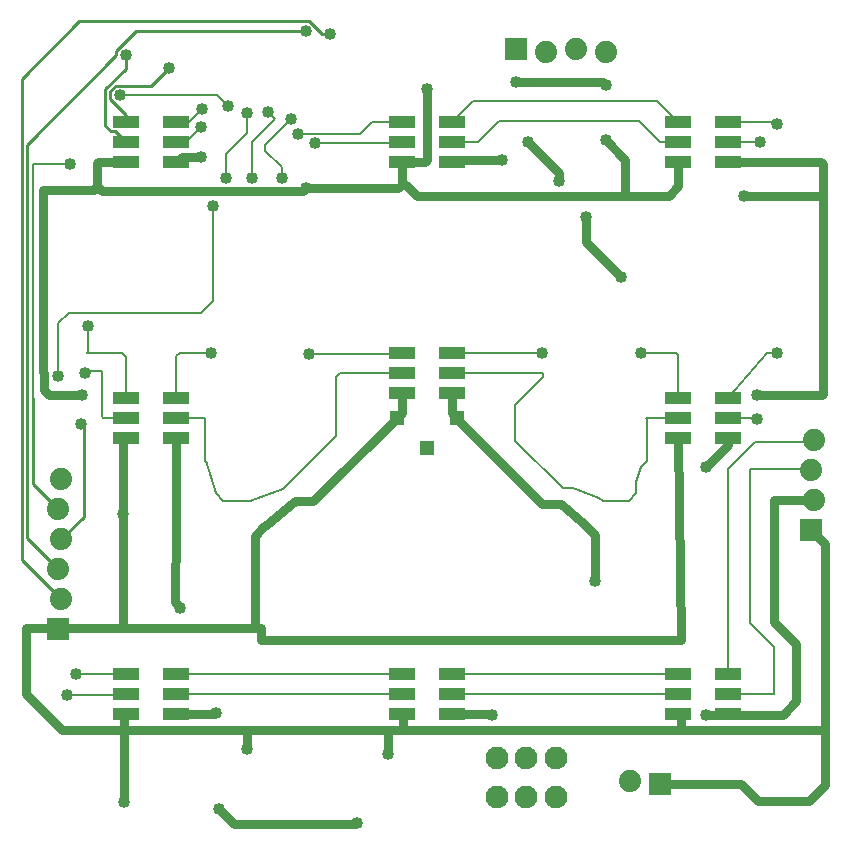
<source format=gtl>
G04 EAGLE Gerber RS-274X export*
G75*
%MOIN*%
%FSLAX36Y36*%
%LPD*%
%INTop Copper Layer*%
%IPPOS*%
%AMOC8*
5,1,8,0,0,1.08239X$1,22.5*%
G01*
%ADD10R,0.074000X0.074000*%
%ADD11C,0.074000*%
%ADD12R,0.090551X0.043307*%
%ADD13R,0.047622X0.047622*%
%ADD14C,0.076000*%
%ADD15C,0.006000*%
%ADD16C,0.040000*%
%ADD17C,0.030000*%
%ADD18C,0.010000*%


D10*
X1675000Y2610000D03*
D11*
X1775000Y2600000D03*
X1875000Y2610000D03*
X1975000Y2600000D03*
D12*
X544646Y2233071D03*
X544646Y2300000D03*
X544646Y2366929D03*
X375354Y2366929D03*
X375354Y2300000D03*
X375354Y2233071D03*
X1464646Y2233071D03*
X1464646Y2300000D03*
X1464646Y2366929D03*
X1295354Y2366929D03*
X1295354Y2300000D03*
X1295354Y2233071D03*
X2384646Y2233071D03*
X2384646Y2300000D03*
X2384646Y2366929D03*
X2215354Y2366929D03*
X2215354Y2300000D03*
X2215354Y2233071D03*
X544646Y1313071D03*
X544646Y1380000D03*
X544646Y1446929D03*
X375354Y1446929D03*
X375354Y1380000D03*
X375354Y1313071D03*
X1464646Y1463071D03*
X1464646Y1530000D03*
X1464646Y1596929D03*
X1295354Y1596929D03*
X1295354Y1530000D03*
X1295354Y1463071D03*
X2384646Y1313071D03*
X2384646Y1380000D03*
X2384646Y1446929D03*
X2215354Y1446929D03*
X2215354Y1380000D03*
X2215354Y1313071D03*
X544646Y393071D03*
X544646Y460000D03*
X544646Y526929D03*
X375354Y526929D03*
X375354Y460000D03*
X375354Y393071D03*
X1464646Y393071D03*
X1464646Y460000D03*
X1464646Y526929D03*
X1295354Y526929D03*
X1295354Y460000D03*
X1295354Y393071D03*
X2384646Y393071D03*
X2384646Y460000D03*
X2384646Y526929D03*
X2215354Y526929D03*
X2215354Y460000D03*
X2215354Y393071D03*
D13*
X1480000Y1380000D03*
X1380000Y1280000D03*
X1280000Y1380000D03*
D10*
X2660000Y1005000D03*
D11*
X2670000Y1105000D03*
X2660000Y1205000D03*
X2670000Y1305000D03*
D14*
X1611575Y244961D03*
X1710000Y244961D03*
X1808425Y244961D03*
X1611575Y115039D03*
X1710000Y115039D03*
X1808425Y115039D03*
D10*
X150000Y675000D03*
D11*
X160000Y775000D03*
X150000Y875000D03*
X160000Y975000D03*
X150000Y1075000D03*
X160000Y1175000D03*
D10*
X2155000Y160000D03*
D11*
X2055000Y170000D03*
D15*
X586929Y2366929D02*
X544646Y2366929D01*
X586929Y2366929D02*
X630000Y2410000D01*
D16*
X630000Y2410000D03*
X950000Y2325000D03*
D15*
X1155000Y2325000D01*
X1196929Y2366929D02*
X1295354Y2366929D01*
X1196929Y2366929D02*
X1155000Y2325000D01*
X575000Y2300000D02*
X544646Y2300000D01*
X575000Y2300000D02*
X625000Y2350000D01*
D16*
X625000Y2350000D03*
X1005000Y2295000D03*
D15*
X1290354Y2295000D01*
X1295354Y2300000D01*
X1464646Y2366929D02*
X1532717Y2435000D01*
X2147283Y2435000D02*
X2215354Y2366929D01*
X2147283Y2435000D02*
X1532717Y2435000D01*
X1550000Y2300000D02*
X1464646Y2300000D01*
X1550000Y2300000D02*
X1620000Y2370000D01*
X2085000Y2370000D01*
X2155000Y2300000D02*
X2215354Y2300000D01*
X2155000Y2300000D02*
X2085000Y2370000D01*
D16*
X250000Y1685000D03*
D15*
X250000Y1600000D01*
X245000Y1595000D01*
X363425Y1595000D01*
D16*
X2545000Y2360000D03*
D15*
X375354Y1583071D02*
X363425Y1595000D01*
X375354Y1583071D02*
X375354Y1446929D01*
X2384646Y2366929D02*
X2538071Y2366929D01*
X2545000Y2360000D01*
D16*
X240000Y1530000D03*
X2490000Y2300000D03*
D15*
X375354Y1380000D02*
X300000Y1380000D01*
X295000Y1385000D01*
X295000Y1535000D01*
X245000Y1535000D01*
X240000Y1530000D01*
X2384646Y2300000D02*
X2490000Y2300000D01*
D16*
X1380000Y2475000D03*
D17*
X1345000Y2120000D02*
X2040000Y2120000D01*
X370000Y345000D02*
X370000Y340000D01*
X370000Y345000D02*
X370000Y387717D01*
X103890Y1529896D02*
X100000Y1533785D01*
X100000Y2140000D01*
X103890Y1529896D02*
X103890Y1471110D01*
X2705000Y960000D02*
X2705000Y340000D01*
X2705000Y960000D02*
X2660000Y1005000D01*
X2215354Y1313071D02*
X2225903Y640000D01*
X1001444Y1101444D02*
X940264Y1101444D01*
X840415Y1017661D01*
X837670Y1017661D01*
X805000Y984992D01*
X805000Y680000D01*
X825000Y680000D02*
X825000Y640000D01*
X2225903Y640000D01*
X825000Y680000D02*
X805000Y680000D01*
X365000Y680000D01*
X155000Y680000D01*
X43000Y680000D01*
D16*
X1675000Y2500000D03*
D17*
X1965000Y2500000D02*
X1975000Y2490000D01*
X1965000Y2500000D02*
X1675000Y2500000D01*
D16*
X1975000Y2490000D03*
X1975000Y2305000D03*
D17*
X2040000Y2240000D01*
X2040000Y2120000D01*
X2216762Y2151762D02*
X2215354Y2233071D01*
X2216762Y2151762D02*
X2185000Y2120000D01*
X2040000Y2120000D01*
D16*
X365000Y1060000D03*
D17*
X365000Y680000D01*
X269307Y2140000D02*
X100000Y2140000D01*
X269307Y2140000D02*
X274000Y2144693D01*
X295000Y2134693D02*
X965000Y2134693D01*
X975000Y2144693D01*
X1284693Y2144693D01*
D16*
X975000Y2144693D03*
D17*
X43000Y680000D02*
X43000Y460000D01*
X1250000Y340000D02*
X1300000Y340000D01*
X2225000Y340000D01*
X1250000Y340000D02*
X780000Y340000D01*
X375000Y340000D01*
X370000Y340000D01*
X375000Y340000D02*
X370000Y345000D01*
X370000Y340000D02*
X163000Y340000D01*
X43000Y460000D01*
X2225000Y340000D02*
X2705000Y340000D01*
X1250000Y340000D02*
X1250000Y260000D01*
D16*
X1250000Y260000D03*
X370000Y100000D03*
D17*
X370000Y340000D01*
X2705000Y340000D02*
X2705000Y155000D01*
X2652500Y102500D01*
X2482500Y102500D01*
X285000Y2144693D02*
X274000Y2144693D01*
X1295354Y393071D02*
X1300000Y388425D01*
X1300000Y340000D01*
X375354Y393071D02*
X370000Y387717D01*
X2215354Y393071D02*
X2225000Y383425D01*
X2225000Y340000D01*
X365000Y1060000D02*
X365000Y1302717D01*
X375354Y1313071D01*
X230000Y1455000D02*
X120000Y1455000D01*
D16*
X230000Y1455000D03*
D17*
X120000Y1455000D02*
X103890Y1471110D01*
X1380000Y2240000D02*
X1380000Y2475000D01*
X1380000Y2240000D02*
X1373071Y2233071D01*
X1295354Y2233071D01*
X1295354Y2155354D01*
X1284693Y2144693D01*
X1295354Y2155354D02*
X1309646Y2155354D01*
X1345000Y2120000D01*
X295000Y2134693D02*
X285000Y2144693D01*
X280000Y2149693D01*
X280000Y2230000D01*
X283071Y2233071D01*
X375354Y2233071D01*
X1295354Y1463071D02*
X1295354Y1395354D01*
X1280000Y1380000D01*
X1001444Y1101444D01*
X2425000Y160000D02*
X2482500Y102500D01*
X2425000Y160000D02*
X2155000Y160000D01*
D16*
X780000Y276000D03*
D17*
X780000Y340000D01*
X155000Y680000D02*
X150000Y675000D01*
D16*
X2310000Y1215000D03*
D17*
X2700000Y2120000D02*
X2700000Y2225000D01*
X2700000Y2120000D02*
X2700000Y1460000D01*
X2535000Y700000D02*
X2610000Y625000D01*
X2535000Y700000D02*
X2535000Y1105000D01*
X2670000Y1105000D01*
X1464646Y1395354D02*
X1464646Y1463071D01*
D16*
X1940000Y835000D03*
D17*
X1825434Y1091444D02*
X1763556Y1091444D01*
X1825434Y1091444D02*
X1899354Y1029418D01*
X1940000Y988771D01*
X1940000Y835000D01*
X544646Y1029212D02*
X544646Y1313071D01*
X544646Y1029212D02*
X539992Y765008D01*
X555000Y750000D01*
X555000Y745000D01*
D16*
X555000Y745000D03*
X1630000Y2240000D03*
D17*
X1454750Y2240000D01*
X1464646Y2233071D01*
X2610000Y435000D02*
X2565000Y390000D01*
X2610000Y435000D02*
X2610000Y625000D01*
D16*
X2025000Y1850000D03*
D17*
X1910000Y1965000D01*
X1910000Y2050000D01*
D16*
X1910000Y2050000D03*
X1820000Y2170000D03*
D17*
X1820000Y2195000D01*
X1715000Y2300000D01*
D16*
X1715000Y2300000D03*
D17*
X1591929Y393071D02*
X1464646Y393071D01*
X1591929Y393071D02*
X1595000Y390000D01*
D16*
X1595000Y390000D03*
D17*
X673071Y393071D02*
X544646Y393071D01*
X673071Y393071D02*
X675000Y395000D01*
D16*
X675000Y395000D03*
D17*
X2695000Y1455000D02*
X2700000Y1460000D01*
X2695000Y1455000D02*
X2480000Y1455000D01*
D16*
X2480000Y1455000D03*
D17*
X2384646Y1289646D02*
X2310000Y1215000D01*
X2384646Y1289646D02*
X2384646Y1313071D01*
D16*
X2435000Y2120000D03*
D17*
X2700000Y2120000D01*
X2691929Y2233071D02*
X2384646Y2233071D01*
X2691929Y2233071D02*
X2700000Y2225000D01*
X561575Y2250000D02*
X544646Y2233071D01*
X561575Y2250000D02*
X625000Y2250000D01*
D16*
X625000Y2250000D03*
D17*
X2384646Y393071D02*
X2387717Y390000D01*
X2565000Y390000D01*
D16*
X2310000Y390000D03*
D17*
X2387717Y390000D01*
X1480000Y1380000D02*
X1464646Y1395354D01*
X1480000Y1375000D02*
X1763556Y1091444D01*
X1480000Y1375000D02*
X1480000Y1380000D01*
D16*
X685000Y75000D03*
D17*
X735000Y25000D01*
X1140000Y25000D02*
X1145000Y30000D01*
D16*
X1145000Y30000D03*
D17*
X1140000Y25000D02*
X735000Y25000D01*
D16*
X661141Y1597028D03*
X987921Y1591261D03*
D15*
X1289686Y1591261D01*
X1295354Y1596929D01*
X661141Y1597028D02*
X557028Y1597028D01*
X544646Y1584646D02*
X544646Y1446929D01*
X544646Y1584646D02*
X557028Y1597028D01*
X641831Y1235168D02*
X676315Y1127787D01*
X701504Y1102598D01*
X788422Y1102598D02*
X900382Y1143350D01*
X788422Y1102598D02*
X701504Y1102598D01*
X1077055Y1517055D02*
X1090000Y1530000D01*
X1077055Y1320023D02*
X900382Y1143350D01*
X1077055Y1320023D02*
X1077055Y1517055D01*
X1090000Y1530000D02*
X1295354Y1530000D01*
X640000Y1380000D02*
X640000Y1236998D01*
X640000Y1380000D02*
X544646Y1380000D01*
X640000Y1236998D02*
X641831Y1235168D01*
D16*
X2093397Y1594993D03*
X1764259Y1594650D03*
D15*
X1466925Y1594650D01*
X1464646Y1596929D01*
X2093397Y1594993D02*
X2210007Y1594993D01*
X2215354Y1589646D02*
X2215354Y1446929D01*
X2215354Y1589646D02*
X2210007Y1594993D01*
X2094017Y1217236D02*
X2077465Y1165692D01*
X2077465Y1127787D01*
X2052276Y1102598D01*
X1965358Y1102598D02*
X1954772Y1113184D01*
X1867546Y1144933D01*
X1831814Y1144933D01*
X2094017Y1217236D02*
X2111607Y1234826D01*
X2052276Y1102598D02*
X1965358Y1102598D01*
X1672945Y1422273D02*
X1765000Y1514328D01*
X1765000Y1530000D01*
X1672945Y1303803D02*
X1831814Y1144933D01*
X1672945Y1303803D02*
X1672945Y1422273D01*
X1765000Y1530000D02*
X1464646Y1530000D01*
X2111607Y1378393D02*
X2111607Y1234826D01*
X2111607Y1378393D02*
X2110000Y1380000D01*
X2215354Y1380000D01*
X2384646Y1446929D02*
X2513071Y1596929D01*
X2515000Y1595000D01*
D16*
X210000Y525000D03*
D15*
X2515000Y1595000D02*
X2545000Y1595000D01*
D16*
X2545000Y1595000D03*
D15*
X211929Y526929D02*
X210000Y525000D01*
X211929Y526929D02*
X375354Y526929D01*
X2472881Y1380000D02*
X2480000Y1375000D01*
X2472881Y1380000D02*
X2384646Y1380000D01*
D16*
X2480000Y1375000D03*
X180000Y455000D03*
D15*
X370354Y455000D01*
X375354Y460000D01*
X544646Y526929D02*
X1295354Y526929D01*
X1295354Y460000D02*
X544646Y460000D01*
X1464646Y526929D02*
X2215354Y526929D01*
X2215354Y460000D02*
X1464646Y460000D01*
X2485000Y1300000D02*
X2665000Y1300000D01*
X2670000Y1305000D01*
X2384646Y1210000D02*
X2384646Y526929D01*
X2384646Y1210000D02*
X2474646Y1300000D01*
X2485000Y1300000D01*
X2455000Y1210000D02*
X2455000Y695000D01*
X2455000Y1210000D02*
X2680000Y1210000D01*
X2675000Y1205000D01*
X2660000Y1205000D01*
X2455000Y695000D02*
X2535000Y615000D01*
X2535000Y460000D02*
X2384646Y460000D01*
X2535000Y460000D02*
X2535000Y615000D01*
D16*
X925000Y2375000D03*
X895000Y2180000D03*
D15*
X895000Y2215000D01*
X840000Y2270000D01*
X840000Y2290000D01*
X925000Y2375000D01*
D16*
X715000Y2420000D03*
X355000Y2455000D03*
D15*
X680000Y2455000D02*
X715000Y2420000D01*
X680000Y2455000D02*
X355000Y2455000D01*
D16*
X781000Y2395000D03*
D15*
X781000Y2330000D01*
X709990Y2258990D01*
X710000Y2180000D01*
D16*
X710000Y2180000D03*
X190000Y2225000D03*
D15*
X65000Y2225000D01*
X65000Y1445000D01*
D18*
X65000Y1160000D01*
X150000Y1075000D01*
D16*
X850000Y2400000D03*
D15*
X872500Y2377500D01*
X795000Y2300000D01*
X795000Y2180000D01*
D16*
X795000Y2180000D03*
X665000Y2085000D03*
D15*
X665000Y1770000D01*
X625000Y1730000D01*
X185000Y1730000D01*
X150000Y1695000D01*
X150000Y1520000D01*
D16*
X150000Y1520000D03*
X225000Y1360000D03*
D15*
X235000Y1350000D01*
D18*
X235000Y1050000D02*
X160000Y975000D01*
X235000Y1050000D02*
X235000Y1350000D01*
D16*
X975000Y2670000D03*
D18*
X344000Y2602841D02*
X344000Y2589000D01*
X45000Y2290000D01*
X411159Y2670000D02*
X975000Y2670000D01*
X411159Y2670000D02*
X344000Y2602841D01*
X45000Y2290000D02*
X45000Y980000D01*
X150000Y875000D01*
D16*
X1055000Y2660000D03*
D18*
X1028841Y2660000D01*
X987841Y2701000D01*
X221000Y2701000D01*
X29000Y2509000D02*
X29000Y906000D01*
X160000Y775000D01*
X29000Y2509000D02*
X221000Y2701000D01*
D16*
X520000Y2545000D03*
D18*
X324000Y2467841D02*
X324000Y2442159D01*
X324000Y2467841D02*
X342159Y2486000D01*
X461000Y2486000D02*
X520000Y2545000D01*
X461000Y2486000D02*
X342159Y2486000D01*
X375354Y2390805D02*
X375354Y2366929D01*
X375354Y2390805D02*
X324000Y2442159D01*
D16*
X375000Y2590000D03*
D18*
X375000Y2541468D01*
X341079Y2334276D02*
X325522Y2334276D01*
X308000Y2474468D02*
X375000Y2541468D01*
X341079Y2334276D02*
X375354Y2300000D01*
X308000Y2351798D02*
X308000Y2474468D01*
X308000Y2351798D02*
X325522Y2334276D01*
M02*

</source>
